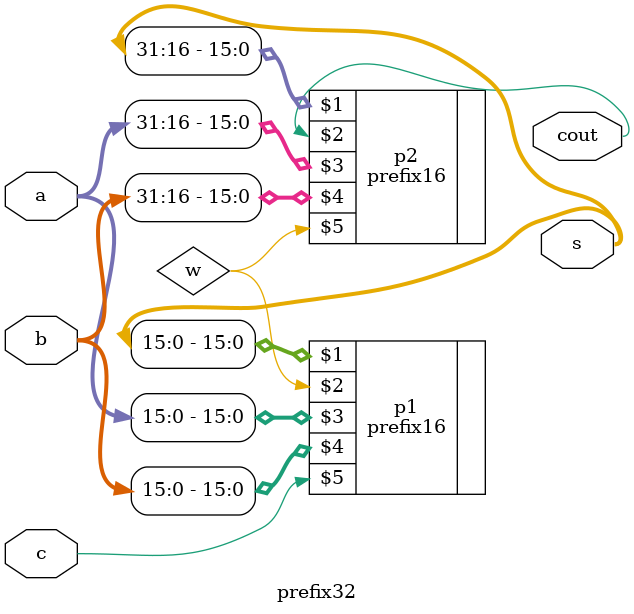
<source format=v>
module prefix32(s,cout,a,b,c);
input [31:0]a,b;
input c;
output [31:0]s;
output cout;
 wire w;
 
prefix16 p1(s[15:0],w,a[15:0],b[15:0],c);
prefix16 p2(s[31:16],cout,a[31:16],b[31:16],w);

endmodule

</source>
